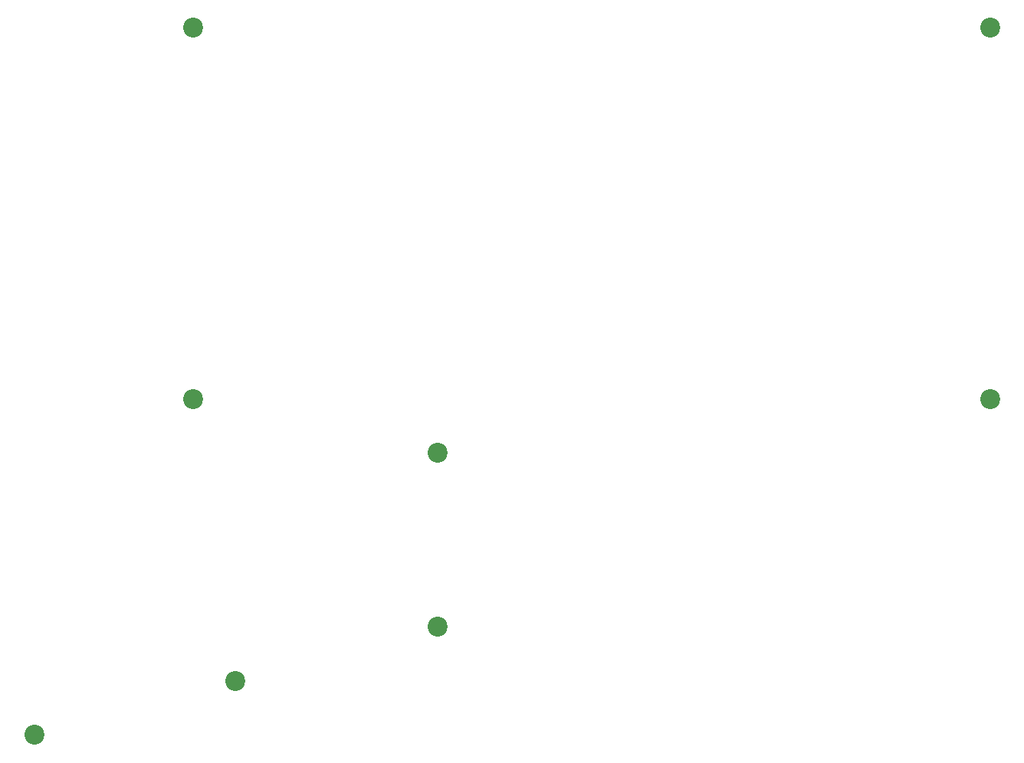
<source format=gbr>
%TF.GenerationSoftware,KiCad,Pcbnew,5.1.8*%
%TF.CreationDate,2021-02-20T18:00:52-06:00*%
%TF.ProjectId,small-paintbrush-hotswap-bottom,736d616c-6c2d-4706-9169-6e7462727573,rev?*%
%TF.SameCoordinates,Original*%
%TF.FileFunction,Soldermask,Bot*%
%TF.FilePolarity,Negative*%
%FSLAX46Y46*%
G04 Gerber Fmt 4.6, Leading zero omitted, Abs format (unit mm)*
G04 Created by KiCad (PCBNEW 5.1.8) date 2021-02-20 18:00:52*
%MOMM*%
%LPD*%
G01*
G04 APERTURE LIST*
%ADD10C,2.200000*%
G04 APERTURE END LIST*
D10*
%TO.C,REF\u002A\u002A*%
X61320527Y-99739383D03*
%TD*%
%TO.C,REF\u002A\u002A*%
X105901738Y-68599424D03*
%TD*%
%TO.C,REF\u002A\u002A*%
X105909097Y-87788291D03*
%TD*%
%TO.C,REF\u002A\u002A*%
X83536821Y-93786545D03*
%TD*%
%TO.C,REF\u002A\u002A*%
X78901739Y-62599424D03*
%TD*%
%TO.C,REF\u002A\u002A*%
X78901736Y-21599424D03*
%TD*%
%TO.C,REF\u002A\u002A*%
X166901739Y-62599426D03*
%TD*%
%TO.C,REF\u002A\u002A*%
X166901737Y-21599424D03*
%TD*%
M02*

</source>
